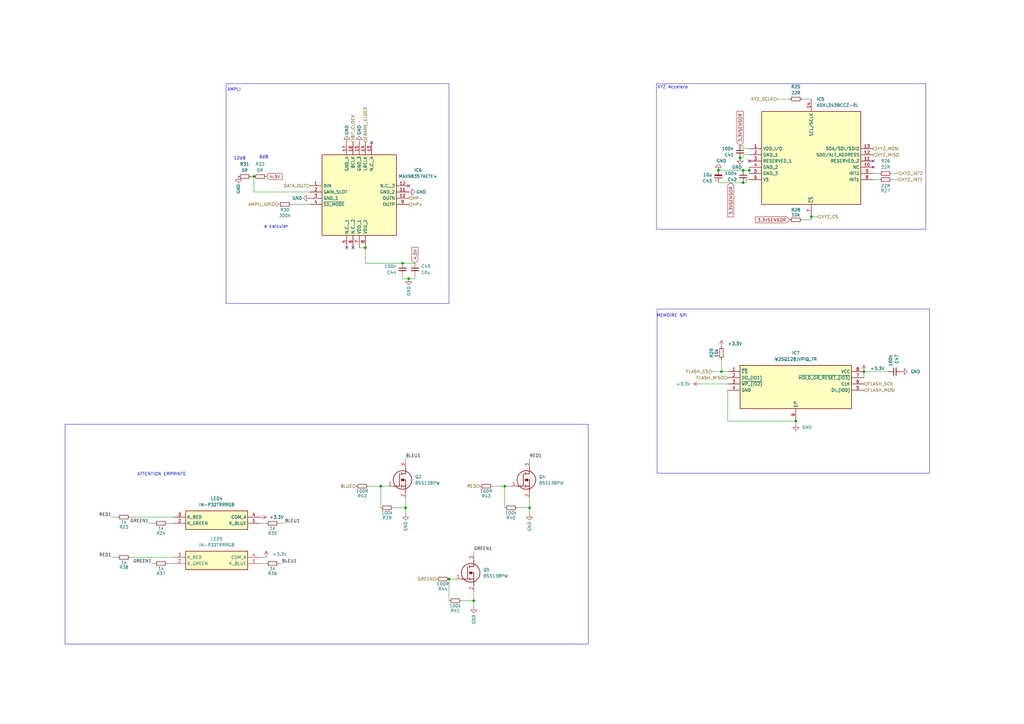
<source format=kicad_sch>
(kicad_sch (version 20250114) (generator "eeschema") (generator_version "9.0")
  (paper "A3")
  (lib_symbols
    (symbol "Device:C_Polarized_Small" (pin_numbers (hide yes)) (pin_names (offset 0.254) (hide yes))
      (property "Reference" "C" (at 0.254 1.778 0))
      (property "Value" "C_Polarized_Small" (at 0.254 -2.032 0))
      (symbol "C_Polarized_Small_0_1"
        (rectangle (start -1.524 0.6858) (end 1.524 0.3048))
        (rectangle (start -1.524 -0.3048) (end 1.524 -0.6858) (fill (type outline)))
        (polyline (pts (xy -1.27 1.524) (xy -0.762 1.524)))
        (polyline (pts (xy -1.016 1.27) (xy -1.016 1.778)))
      )
      (symbol "C_Polarized_Small_1_1"
        (pin passive line (at 0 2.54 270) (length 1.8542) (name "~") (number "1"))
        (pin passive line (at 0 -2.54 90) (length 1.8542) (name "~") (number "2"))
      )
    )
    (symbol "Device:C_Small" (pin_numbers (hide yes)) (pin_names (offset 0.254) (hide yes))
      (property "Reference" "C" (at 0.254 1.778 0))
      (property "Value" "C_Small" (at 0.254 -2.032 0))
      (symbol "C_Small_0_1"
        (polyline (pts (xy -1.524 0.508) (xy 1.524 0.508)) (stroke (width 0.3048)))
        (polyline (pts (xy -1.524 -0.508) (xy 1.524 -0.508)) (stroke (width 0.3302)))
      )
      (symbol "C_Small_1_1"
        (pin passive line (at 0 2.54 270) (length 2.032) (name "~") (number "1"))
        (pin passive line (at 0 -2.54 90) (length 2.032) (name "~") (number "2"))
      )
    )
    (symbol "Device:R_Small" (pin_numbers (hide yes)) (pin_names (offset 0.254) (hide yes))
      (property "Reference" "R" (at 0.762 0.508 0))
      (property "Value" "R_Small" (at 0.762 -1.016 0))
      (symbol "R_Small_0_1"
        (rectangle (start -0.762 1.778) (end 0.762 -1.778) (stroke (width 0.2032)))
      )
      (symbol "R_Small_1_1"
        (pin passive line (at 0 2.54 270) (length 0.762) (name "~") (number "1"))
        (pin passive line (at 0 -2.54 90) (length 0.762) (name "~") (number "2"))
      )
    )
    (symbol "SamacSys_Parts:ADXL343BCCZ-RL"
      (property "Reference" "IC" (at 46.99 20.32 0))
      (property "Value" "ADXL343BCCZ-RL" (at 46.99 17.78 0))
      (symbol "ADXL343BCCZ-RL_1_1"
        (rectangle (start 5.08 15.24) (end 45.72 -22.86) (stroke (width 0.254)) (fill (type background)))
        (pin passive line (at 0 0 0) (length 5.08) (name "VDD_I/O") (number "1"))
        (pin passive line (at 0 -2.54 0) (length 5.08) (name "GND_1") (number "2"))
        (pin passive line (at 0 -5.08 0) (length 5.08) (name "RESERVED_1") (number "3"))
        (pin passive line (at 0 -7.62 0) (length 5.08) (name "GND_2") (number "4"))
        (pin passive line (at 0 -10.16 0) (length 5.08) (name "GND_3") (number "5"))
        (pin passive line (at 0 -12.7 0) (length 5.08) (name "VS") (number "6"))
        (pin passive line (at 25.4 20.32 270) (length 5.08) (name "SCL/SCLK") (number "14"))
        (pin passive line (at 25.4 -27.94 90) (length 5.08) (name "~{CS}") (number "7"))
        (pin passive line (at 50.8 0 180) (length 5.08) (name "SDA/SDI/SDIO") (number "13"))
        (pin passive line (at 50.8 -2.54 180) (length 5.08) (name "SDO/ALT_ADDRESS") (number "12"))
        (pin passive line (at 50.8 -5.08 180) (length 5.08) (name "RESERVED_2") (number "11"))
        (pin no_connect line (at 50.8 -7.62 180) (length 5.08) (name "NC") (number "10"))
        (pin passive line (at 50.8 -10.16 180) (length 5.08) (name "INT2") (number "9"))
        (pin passive line (at 50.8 -12.7 180) (length 5.08) (name "INT1") (number "8"))
      )
    )
    (symbol "power:+3.3V" (power) (pin_numbers (hide yes)) (pin_names (offset 0) (hide yes))
      (property "Value" "+3.3V" (at 0 3.556 0))
      (symbol "+3.3V_0_1"
        (polyline (pts (xy -0.762 1.27) (xy 0 2.54)))
        (polyline (pts (xy 0 2.54) (xy 0.762 1.27)))
        (polyline (pts (xy 0 0) (xy 0 2.54)))
      )
      (symbol "+3.3V_1_1"
        (pin power_in line (at 0 0 90) (length 0) (name "~") (number "1"))
      )
    )
    (symbol "power:GND" (power) (pin_numbers (hide yes)) (pin_names (offset 0) (hide yes))
      (property "Value" "GND" (at 0 -3.81 0))
      (symbol "GND_0_1"
        (polyline (pts (xy 0 0) (xy 0 -1.27) (xy 1.27 -1.27) (xy 0 -2.54) (xy -1.27 -1.27) (xy 0 -1.27)))
      )
      (symbol "GND_1_1"
        (pin power_in line (at 0 0 270) (length 0) (name "~") (number "1"))
      )
    )
    (symbol "samacsys:BSS138PW" (pin_names (hide yes))
      (property "Reference" "Q" (at 11.43 3.81 0))
      (property "Value" "BSS138PW" (at 11.43 1.27 0))
      (symbol "BSS138PW_1_1"
        (polyline (pts (xy 2.54 0) (xy 5.08 0)) (stroke (width 0.254)))
        (polyline (pts (xy 5.08 5.08) (xy 5.08 0)) (stroke (width 0.254)))
        (polyline (pts (xy 5.842 5.588) (xy 5.842 4.572)) (stroke (width 0.254)))
        (polyline (pts (xy 5.842 2.54) (xy 6.858 3.048) (xy 6.858 2.032) (xy 5.842 2.54)) (stroke (width 0.254)) (fill (type outline)))
        (polyline (pts (xy 5.842 2.032) (xy 5.842 3.048)) (stroke (width 0.254)))
        (polyline (pts (xy 5.842 0) (xy 7.62 0)) (stroke (width 0.254)))
        (polyline (pts (xy 5.842 -0.508) (xy 5.842 0.508)) (stroke (width 0.254)))
        (circle (center 6.35 2.54) (radius 3.81) (stroke (width 0.254)))
        (polyline (pts (xy 7.62 5.08) (xy 5.842 5.08)) (stroke (width 0.254)))
        (polyline (pts (xy 7.62 5.08) (xy 7.62 7.62)) (stroke (width 0.254)))
        (polyline (pts (xy 7.62 2.54) (xy 5.842 2.54)) (stroke (width 0.254)))
        (polyline (pts (xy 7.62 2.54) (xy 7.62 -2.54)) (stroke (width 0.254)))
        (pin passive line (at 0 0 0) (length 2.54) (name "G") (number "1"))
        (pin passive line (at 7.62 10.16 270) (length 2.54) (name "D") (number "3"))
        (pin passive line (at 7.62 -5.08 90) (length 2.54) (name "S") (number "2"))
      )
    )
    (symbol "samacsys:IN-P32TRRRGB"
      (property "Reference" "LED" (at 31.75 7.62 0))
      (property "Value" "IN-P32TRRRGB" (at 31.75 5.08 0))
      (symbol "IN-P32TRRRGB_1_1"
        (rectangle (start 5.08 2.54) (end 30.48 -5.08) (stroke (width 0.254)) (fill (type background)))
        (pin passive line (at 0 0 0) (length 5.08) (name "K_RED") (number "3"))
        (pin passive line (at 0 -2.54 0) (length 5.08) (name "K_GREEN") (number "2"))
        (pin passive line (at 35.56 0 180) (length 5.08) (name "COM_A") (number "4"))
        (pin passive line (at 35.56 -2.54 180) (length 5.08) (name "K_BLUE") (number "1"))
      )
    )
    (symbol "samacsys:MAX98357AETE+"
      (property "Reference" "IC" (at 36.83 17.78 0))
      (property "Value" "MAX98357AETE+" (at 36.83 15.24 0))
      (symbol "MAX98357AETE+_1_1"
        (rectangle (start 5.08 12.7) (end 35.56 -20.32) (stroke (width 0.254)) (fill (type background)))
        (pin passive line (at 0 0 0) (length 5.08) (name "DIN") (number "1"))
        (pin passive line (at 0 -2.54 0) (length 5.08) (name "GAIN_SLOT") (number "2"))
        (pin passive line (at 0 -5.08 0) (length 5.08) (name "GND_1") (number "3"))
        (pin passive line (at 0 -7.62 0) (length 5.08) (name "~{SD_MODE}") (number "4"))
        (pin passive line (at 15.24 17.78 270) (length 5.08) (name "GND_4") (number "17"))
        (pin passive line (at 15.24 -25.4 90) (length 5.08) (name "N.C._1") (number "5"))
        (pin passive line (at 17.78 17.78 270) (length 5.08) (name "BCLK") (number "16"))
        (pin passive line (at 17.78 -25.4 90) (length 5.08) (name "N.C._2") (number "6"))
        (pin passive line (at 20.32 17.78 270) (length 5.08) (name "GND_3") (number "15"))
        (pin passive line (at 20.32 -25.4 90) (length 5.08) (name "VDD_1") (number "7"))
        (pin passive line (at 22.86 17.78 270) (length 5.08) (name "LRCLK") (number "14"))
        (pin passive line (at 22.86 -25.4 90) (length 5.08) (name "VDD_2") (number "8"))
        (pin passive line (at 25.4 17.78 270) (length 5.08) (name "N.C._4") (number "13"))
        (pin passive line (at 40.64 0 180) (length 5.08) (name "N.C._3") (number "12"))
        (pin passive line (at 40.64 -2.54 180) (length 5.08) (name "GND_2") (number "11"))
        (pin passive line (at 40.64 -5.08 180) (length 5.08) (name "OUTN") (number "10"))
        (pin passive line (at 40.64 -7.62 180) (length 5.08) (name "OUTP") (number "9"))
      )
    )
    (symbol "winbond:W25Q128JVPIQ_TR"
      (property "Reference" "IC" (at 52.07 7.62 0))
      (property "Value" "W25Q128JVPIQ_TR" (at 52.07 5.08 0))
      (symbol "W25Q128JVPIQ_TR_1_1"
        (rectangle (start 5.08 2.54) (end 50.8 -15.24) (stroke (width 0.254)) (fill (type background)))
        (pin passive line (at 0 0 0) (length 5.08) (name "~{CS}") (number "1"))
        (pin passive line (at 0 -2.54 0) (length 5.08) (name "DO_(IO1)") (number "2"))
        (pin passive line (at 0 -5.08 0) (length 5.08) (name "~{WP_(IO2)}") (number "3"))
        (pin passive line (at 0 -7.62 0) (length 5.08) (name "GND") (number "4"))
        (pin passive line (at 27.94 -20.32 90) (length 5.08) (name "EP") (number "9"))
        (pin passive line (at 55.88 0 180) (length 5.08) (name "VCC") (number "8"))
        (pin passive line (at 55.88 -2.54 180) (length 5.08) (name "~{HOLD_OR_RESET_(IO3)}") (number "7"))
        (pin passive line (at 55.88 -5.08 180) (length 5.08) (name "CLK") (number "6"))
        (pin passive line (at 55.88 -7.62 180) (length 5.08) (name "DI_(IO0)") (number "5"))
      )
    )
  )
  (rectangle (start 26.67 173.99) (end 241.3 264.16))
  (rectangle (start 269.494 126.746) (end 381.254 194.056))
  (rectangle (start 92.71 34.29) (end 184.15 124.46))
  (rectangle (start 269.24 34.29) (end 379.73 93.98))
  (text "6dB" (at 108.204 64.516 0) (effects (font (size 1.27 1.27))))
  (text "XYZ Accelero" (at 275.844 35.814 0) (effects (font (size 1.27 1.27))))
  (text "MEMOIRE SPI\n" (at 275.59 129.54 0) (effects (font (size 1.27 1.27))))
  (text "AMPLI\n" (at 96.012 36.83 0) (effects (font (size 1.27 1.27))))
  (text "a calculer" (at 113.284 92.964 0) (effects (font (size 1.27 1.27))))
  (text "ATTENTION EMPRINTE" (at 66.294 194.564 0) (effects (font (size 1.27 1.27))))
  (text "12dB\n" (at 98.298 65.024 0) (effects (font (size 1.27 1.27))))
  (junction (at 294.64 69.85))
  (junction (at 304.8 69.85))
  (junction (at 307.34 69.85))
  (junction (at 303.53 64.77))
  (junction (at 207.01 199.39))
  (junction (at 304.8 74.93))
  (junction (at 295.91 152.4))
  (junction (at 149.86 101.6))
  (junction (at 326.39 172.72))
  (junction (at 166.37 208.28))
  (junction (at 194.31 246.38))
  (junction (at 217.17 208.28))
  (junction (at 167.64 114.3))
  (junction (at 156.21 199.39))
  (junction (at 354.33 152.4))
  (junction (at 104.14 72.39))
  (junction (at 184.15 237.49))
  (junction (at 165.1 107.95))
  (junction (at 332.74 88.9))
  (no_connect (at 144.78 101.6))
  (no_connect (at 358.14 66.04))
  (no_connect (at 167.64 76.2))
  (no_connect (at 307.34 66.04))
  (no_connect (at 142.24 101.6))
  (no_connect (at 152.4 58.42))
  (wire (pts (xy 304.8 63.5) (xy 304.8 64.77)))
  (wire (pts (xy 194.31 242.57) (xy 194.31 246.38)))
  (wire (pts (xy 323.85 40.64) (xy 318.77 40.64)))
  (wire (pts (xy 212.09 208.28) (xy 217.17 208.28)))
  (wire (pts (xy 207.01 199.39) (xy 209.55 199.39)))
  (wire (pts (xy 45.72 212.09) (xy 48.26 212.09)))
  (wire (pts (xy 119.38 83.82) (xy 127 83.82)))
  (wire (pts (xy 365.76 73.66) (xy 368.3 73.66)))
  (wire (pts (xy 71.12 228.6) (xy 53.34 228.6)))
  (wire (pts (xy 326.39 172.72) (xy 326.39 173.99)))
  (wire (pts (xy 170.18 107.95) (xy 165.1 107.95)))
  (wire (pts (xy 109.22 228.6) (xy 106.68 228.6)))
  (wire (pts (xy 354.33 152.4) (xy 354.33 154.94)))
  (wire (pts (xy 298.45 152.4) (xy 295.91 152.4)))
  (wire (pts (xy 295.91 152.4) (xy 295.91 147.32)))
  (wire (pts (xy 304.8 64.77) (xy 303.53 64.77)))
  (wire (pts (xy 304.8 60.96) (xy 307.34 60.96)))
  (wire (pts (xy 166.37 204.47) (xy 166.37 208.28)))
  (wire (pts (xy 156.21 199.39) (xy 156.21 208.28)))
  (wire (pts (xy 194.31 246.38) (xy 194.31 248.92)))
  (wire (pts (xy 307.34 63.5) (xy 304.8 63.5)))
  (wire (pts (xy 328.93 40.64) (xy 332.74 40.64)))
  (wire (pts (xy 104.14 78.74) (xy 104.14 72.39)))
  (wire (pts (xy 165.1 114.3) (xy 167.64 114.3)))
  (wire (pts (xy 201.93 199.39) (xy 207.01 199.39)))
  (wire (pts (xy 71.12 231.14) (xy 68.58 231.14)))
  (wire (pts (xy 326.39 172.72) (xy 298.45 172.72)))
  (wire (pts (xy 294.64 69.85) (xy 304.8 69.85)))
  (wire (pts (xy 102.87 72.39) (xy 104.14 72.39)))
  (wire (pts (xy 194.31 226.06) (xy 194.31 227.33)))
  (wire (pts (xy 167.64 114.3) (xy 170.18 114.3)))
  (wire (pts (xy 307.34 68.58) (xy 307.34 69.85)))
  (wire (pts (xy 165.1 113.03) (xy 165.1 114.3)))
  (wire (pts (xy 332.74 88.9) (xy 335.28 88.9)))
  (wire (pts (xy 189.23 246.38) (xy 194.31 246.38)))
  (wire (pts (xy 116.84 214.63) (xy 114.3 214.63)))
  (wire (pts (xy 184.15 237.49) (xy 186.69 237.49)))
  (wire (pts (xy 127 78.74) (xy 104.14 78.74)))
  (wire (pts (xy 217.17 204.47) (xy 217.17 208.28)))
  (wire (pts (xy 166.37 187.96) (xy 166.37 189.23)))
  (wire (pts (xy 365.76 71.12) (xy 368.3 71.12)))
  (wire (pts (xy 292.1 152.4) (xy 295.91 152.4)))
  (wire (pts (xy 287.02 157.48) (xy 298.45 157.48)))
  (wire (pts (xy 298.45 172.72) (xy 298.45 160.02)))
  (wire (pts (xy 217.17 208.28) (xy 217.17 210.82)))
  (wire (pts (xy 217.17 187.96) (xy 217.17 189.23)))
  (wire (pts (xy 71.12 212.09) (xy 53.34 212.09)))
  (wire (pts (xy 304.8 59.69) (xy 304.8 60.96)))
  (wire (pts (xy 332.74 90.17) (xy 332.74 88.9)))
  (wire (pts (xy 161.29 208.28) (xy 166.37 208.28)))
  (wire (pts (xy 60.96 214.63) (xy 63.5 214.63)))
  (wire (pts (xy 307.34 69.85) (xy 307.34 71.12)))
  (wire (pts (xy 109.22 214.63) (xy 106.68 214.63)))
  (wire (pts (xy 207.01 208.28) (xy 207.01 199.39)))
  (wire (pts (xy 156.21 199.39) (xy 158.75 199.39)))
  (wire (pts (xy 328.93 90.17) (xy 332.74 90.17)))
  (wire (pts (xy 304.8 74.93) (xy 306.07 74.93)))
  (wire (pts (xy 166.37 208.28) (xy 166.37 210.82)))
  (wire (pts (xy 170.18 114.3) (xy 170.18 113.03)))
  (wire (pts (xy 303.53 59.69) (xy 304.8 59.69)))
  (wire (pts (xy 71.12 214.63) (xy 68.58 214.63)))
  (wire (pts (xy 45.72 228.6) (xy 48.26 228.6)))
  (wire (pts (xy 354.33 152.4) (xy 364.49 152.4)))
  (wire (pts (xy 62.23 231.14) (xy 63.5 231.14)))
  (wire (pts (xy 109.22 231.14) (xy 106.68 231.14)))
  (wire (pts (xy 151.13 199.39) (xy 156.21 199.39)))
  (wire (pts (xy 115.57 231.14) (xy 114.3 231.14)))
  (wire (pts (xy 306.07 73.66) (xy 307.34 73.66)))
  (wire (pts (xy 165.1 107.95) (xy 149.86 107.95)))
  (wire (pts (xy 358.14 71.12) (xy 360.68 71.12)))
  (wire (pts (xy 306.07 74.93) (xy 306.07 73.66)))
  (wire (pts (xy 184.15 246.38) (xy 184.15 237.49)))
  (wire (pts (xy 358.14 73.66) (xy 360.68 73.66)))
  (wire (pts (xy 149.86 101.6) (xy 147.32 101.6)))
  (wire (pts (xy 304.8 69.85) (xy 307.34 69.85)))
  (wire (pts (xy 294.64 74.93) (xy 304.8 74.93)))
  (wire (pts (xy 149.86 107.95) (xy 149.86 101.6)))
  (label "RED1" (at 45.72 228.6 180))
  (label "RED1" (at 217.17 187.96 0))
  (label "GREEN1" (at 62.23 231.14 180))
  (label "GREEN1" (at 194.31 226.06 0))
  (label "BLEU1" (at 166.37 187.96 0))
  (label "BLEU1" (at 115.57 231.14 0))
  (label "GREEN1" (at 60.96 214.63 180))
  (label "RED1" (at 45.72 212.09 180))
  (label "BLEU1" (at 116.84 214.63 0))
  (global_label "3.3VSENSOR" (shape input) (at 299.72 74.93 270) (property "Intersheetrefs" "${INTERSHEET_REFS}" (effects (hide yes))))
  (global_label "4.5V" (shape input) (at 109.22 72.39 0) (property "Intersheetrefs" "${INTERSHEET_REFS}" (effects (hide yes))))
  (global_label "4.5V" (shape input) (at 170.18 107.95 90) (property "Intersheetrefs" "${INTERSHEET_REFS}" (effects (hide yes))))
  (global_label "3.3VSENSOR" (shape input) (at 303.53 59.69 90) (property "Intersheetrefs" "${INTERSHEET_REFS}" (effects (hide yes))))
  (global_label "3.3VSENSOR" (shape input) (at 323.85 90.17 180) (property "Intersheetrefs" "${INTERSHEET_REFS}" (effects (hide yes))))
  (hierarchical_label "FLASH_MISO" (shape input) (at 298.45 154.94 180))
  (hierarchical_label "XYZ_MISO" (shape input) (at 358.14 63.5 0))
  (hierarchical_label "XYZ_INT2" (shape input) (at 368.3 71.12 0))
  (hierarchical_label "FRAME_CLOCK" (shape input) (at 149.86 58.42 90))
  (hierarchical_label "BIT_CLOCK" (shape input) (at 144.78 58.42 90))
  (hierarchical_label "FLASH_MOSI" (shape input) (at 354.33 160.02 0))
  (hierarchical_label "FLASH_CS" (shape input) (at 292.1 152.4 180))
  (hierarchical_label "AMPLI_GPIO" (shape input) (at 114.3 83.82 180))
  (hierarchical_label "HP+" (shape input) (at 167.64 83.82 0))
  (hierarchical_label "HP-" (shape input) (at 167.64 81.28 0))
  (hierarchical_label "XYZ_CS" (shape input) (at 335.28 88.9 0))
  (hierarchical_label "RED" (shape input) (at 196.85 199.39 180))
  (hierarchical_label "BLUE" (shape input) (at 146.05 199.39 180))
  (hierarchical_label "FLASH_SCK" (shape input) (at 354.33 157.48 0))
  (hierarchical_label "GREEN" (shape input) (at 179.07 237.49 180))
  (hierarchical_label "XYZ_SCLK" (shape input) (at 318.77 40.64 180))
  (hierarchical_label "DATA_OUT" (shape input) (at 127 76.2 180))
  (hierarchical_label "XYZ_INT1" (shape input) (at 368.3 73.66 0))
  (hierarchical_label "XYZ_MOSI" (shape input) (at 358.14 60.96 0))
  (symbol (lib_id "Device:R_Small") (at 106.68 72.39 90) (unit 1)
    (property "Reference" "R32" (at 106.68 67.31 90))
    (property "Value" "0R" (at 106.68 69.85 90))
    (property "Footprint" "Resistor_SMD:R_0201_0603Metric" (effects (hide yes)))
    (property "Description" "Resistor, small symbol" (effects (hide yes)))
    (property "Manufacturer_Part_Number" "ERJ-1GNF1000C" (effects (hide yes)))
    (property "Manufacturer_Name" "Panasonic" (effects (hide yes)))
    (property "Mouser Part Number" "667-ERJ-1GNF1000C" (effects (hide yes)))
  )
  (symbol (lib_id "samacsys:IN-P32TRRRGB") (at 71.12 212.09 0) (unit 1)
    (property "Reference" "LED4" (at 88.9 204.47 0))
    (property "Value" "IN-P32TRRRGB" (at 88.9 207.01 0))
    (property "Datasheet" "http://www.inolux-corp.com/datasheet/SMDLED/Mono%20Color%20Reverse%20Mount/IN-P32TRRRGB_V1.2.pdf" (effects (hide yes)))
    (property "Description" "Reverse Mount SMD LED 3528 PLCC Type, 3.5 X 2, 624nm Red, 525nm Green, 470nm Blue LED Indication, 4-SMD" (effects (hide yes)))
    (property "Height" "1.17" (effects (hide yes)))
    (property "Manufacturer_Name" "Inolux" (effects (hide yes)))
    (property "Manufacturer_Part_Number" "IN-P32TRRRGB" (effects (hide yes)))
    (property "Mouser Part Number" "743-IN-P32TRRRGB" (effects (hide yes)))
    (property "Mouser Price/Stock" "https://www.mouser.co.uk/ProductDetail/Inolux/IN-P32TRRRGB?qs=stqOd1AaK7%252BDecAY%252B9SBpg%3D%3D" (effects (hide yes)))
    (property "Arrow Part Number" "IN-P32TRRRGB" (effects (hide yes)))
    (property "Arrow Price/Stock" "null?region=nac" (effects (hide yes)))
  )
  (symbol (lib_id "power:GND") (at 97.79 72.39 0) (unit 1)
    (property "Reference" "#PWR098" (effects (hide yes)))
    (property "Value" "GND" (at 97.79 77.47 90))
    (property "Description" "Power symbol creates a global label with name \"GND\" , ground" (effects (hide yes)))
  )
  (symbol (lib_id "Device:C_Small") (at 170.18 110.49 0) (unit 1)
    (property "Reference" "C45" (at 172.72 109.2262 0) (effects (justify left)))
    (property "Value" "10u" (at 172.72 111.7662 0) (effects (justify left)))
    (property "Footprint" "Capacitor_SMD:C_0402_1005Metric" (effects (hide yes)))
    (property "Description" "Unpolarized capacitor, small symbol" (effects (hide yes)))
    (property "Manufacturer_Name" "Wurth Elektronik" (effects (hide yes)))
    (property "Manufacturer_Part_Number" "885012105008" (effects (hide yes)))
    (property "Mouser Part Number" "710-885012105008" (effects (hide yes)))
  )
  (symbol (lib_id "SamacSys_Parts:ADXL343BCCZ-RL") (at 307.34 60.96 0) (unit 1)
    (property "Reference" "IC5" (at 334.8833 40.64 0) (effects (justify left)))
    (property "Value" "ADXL343BCCZ-RL" (at 334.8833 43.18 0) (effects (justify left)))
    (property "Footprint" "samacsys:ADXL343BCCZRL" (effects (hide yes)))
    (property "Datasheet" "https://www.analog.com/media/en/technical-documentation/data-sheets/ADXL343.pdf" (effects (hide yes)))
    (property "Description" "Accelerometer X, Y, Z Axis +/-2g, 4g, 8g, 16g 0.05Hz ~ 1.6kHz 14-LGA (3x5)" (effects (hide yes)))
    (property "Height" "1" (effects (hide yes)))
    (property "Manufacturer_Name" "Analog Devices" (effects (hide yes)))
    (property "Manufacturer_Part_Number" "ADXL343BCCZ-RL" (effects (hide yes)))
    (property "Mouser Part Number" "584-ADXL343BCCZ-R" (effects (hide yes)))
    (property "Mouser Price/Stock" "https://www.mouser.co.uk/ProductDetail/Analog-Devices/ADXL343BCCZ-RL?qs=WIvQP4zGaniHpowyrbt1Aw%3D%3D" (effects (hide yes)))
    (property "Arrow Part Number" "ADXL343BCCZ-RL" (effects (hide yes)))
    (property "Arrow Price/Stock" "https://www.arrow.com/en/products/adxl343bccz-rl/analog-devices?region=nac" (effects (hide yes)))
  )
  (symbol (lib_id "power:GND") (at 369.57 152.4 90) (unit 1)
    (property "Reference" "#PWR0104" (effects (hide yes)))
    (property "Value" "GND" (at 373.38 152.3999 90) (effects (justify right)))
    (property "Description" "Power symbol creates a global label with name \"GND\" , ground" (effects (hide yes)))
  )
  (symbol (lib_id "Device:C_Small") (at 367.03 152.4 90) (unit 1)
    (property "Reference" "C47" (at 367.792 145.288 0) (effects (justify right)))
    (property "Value" "100n" (at 365.252 145.288 0) (effects (justify right)))
    (property "Footprint" "samacsys:C_0201_custom" (effects (hide yes)))
    (property "Description" "Unpolarized capacitor, small symbol" (effects (hide yes)))
  )
  (symbol (lib_id "Device:R_Small") (at 181.61 237.49 270) (unit 1)
    (property "Reference" "R44" (at 181.61 241.554 90))
    (property "Value" "100R" (at 181.61 239.522 90))
    (property "Footprint" "Resistor_SMD:R_0201_0603Metric" (effects (hide yes)))
    (property "Description" "Resistor, small symbol" (effects (hide yes)))
    (property "Manufacturer_Part_Number" "ERJ-1GNF1000C" (effects (hide yes)))
    (property "Manufacturer_Name" "Panasonic" (effects (hide yes)))
    (property "Mouser Part Number" "667-ERJ-1GNF1000C" (effects (hide yes)))
  )
  (symbol (lib_id "Device:R_Small") (at 100.33 72.39 90) (unit 1)
    (property "Reference" "R31" (at 100.33 67.31 90))
    (property "Value" "0R" (at 100.33 69.85 90))
    (property "Footprint" "samacsys:R_0201_custom" (effects (hide yes)))
    (property "Description" "Resistor, small symbol" (effects (hide yes)))
    (property "Manufacturer_Part_Number" "ERJ-1GNF1000C" (effects (hide yes)))
    (property "Manufacturer_Name" "Panasonic" (effects (hide yes)))
    (property "Mouser Part Number" "667-ERJ-1GNF1000C" (effects (hide yes)))
  )
  (symbol (lib_id "power:GND") (at 167.64 78.74 90) (unit 1)
    (property "Reference" "#PWR097" (effects (hide yes)))
    (property "Value" "GND" (at 172.72 78.74 90))
    (property "Description" "Power symbol creates a global label with name \"GND\" , ground" (effects (hide yes)))
  )
  (symbol (lib_id "Device:R_Small") (at 186.69 246.38 270) (unit 1)
    (property "Reference" "R41" (at 186.69 250.444 90))
    (property "Value" "100k" (at 186.69 248.412 90))
    (property "Footprint" "Resistor_SMD:R_0201_0603Metric" (effects (hide yes)))
    (property "Description" "Resistor, small symbol" (effects (hide yes)))
    (property "Manufacturer_Part_Number" "ERJ-1GNF1000C" (effects (hide yes)))
    (property "Manufacturer_Name" "Panasonic" (effects (hide yes)))
    (property "Mouser Part Number" "667-ERJ-1GNF1000C" (effects (hide yes)))
  )
  (symbol (lib_id "Device:C_Small") (at 165.1 110.49 0) (unit 1)
    (property "Reference" "C44" (at 162.56 111.7665 0) (effects (justify right)))
    (property "Value" "100n" (at 162.56 109.2265 0) (effects (justify right)))
    (property "Footprint" "Capacitor_SMD:C_0201_0603Metric" (effects (hide yes)))
    (property "Description" "Unpolarized capacitor, small symbol" (effects (hide yes)))
  )
  (symbol (lib_id "samacsys:BSS138PW") (at 158.75 199.39 0) (unit 1)
    (property "Reference" "Q2" (at 170.18 195.5799 0) (effects (justify left)))
    (property "Value" "BSS138PW" (at 170.18 198.1199 0) (effects (justify left)))
    (property "Footprint" "samacsys:SOT65P210X110-3N" (effects (hide yes)))
    (property "Datasheet" "https://datasheet.datasheetarchive.com/originals/distributors/Datasheets-NXP/DSANXP010002286.pdf" (effects (hide yes)))
    (property "Description" "MOSFET,n-channel,60V,320mA,0.9ohm,SOT323 NXP BSS138PW N-channel MOSFET Transistor, 320 mA, 60 V, 3-Pin SOT-323" (effects (hide yes)))
    (property "Height" "1.1" (effects (hide yes)))
    (property "Manufacturer_Name" "Nexperia" (effects (hide yes)))
    (property "Manufacturer_Part_Number" "BSS138PW" (effects (hide yes)))
    (property "Mouser Part Number" "N/A" (effects (hide yes)))
    (property "Mouser Price/Stock" "https://www.mouser.co.uk/ProductDetail/Nexperia/BSS138PW?qs=vHuUswq2%252BsxxVJZvWhw65Q%3D%3D" (effects (hide yes)))
  )
  (symbol (lib_id "power:GND") (at 326.39 173.99 0) (unit 1)
    (property "Reference" "#PWR0102" (effects (hide yes)))
    (property "Value" "GND" (at 328.93 175.2599 0) (effects (justify left)))
    (property "Description" "Power symbol creates a global label with name \"GND\" , ground" (effects (hide yes)))
  )
  (symbol (lib_id "power:GND") (at 127 81.28 270) (unit 1)
    (property "Reference" "#PWR094" (effects (hide yes)))
    (property "Value" "GND" (at 121.92 81.28 90))
    (property "Description" "Power symbol creates a global label with name \"GND\" , ground" (effects (hide yes)))
  )
  (symbol (lib_id "Device:R_Small") (at 363.22 73.66 90) (unit 1)
    (property "Reference" "R27" (at 363.22 78.232 90))
    (property "Value" "22R" (at 363.22 76.2 90))
    (property "Footprint" "Resistor_SMD:R_0201_0603Metric" (effects (hide yes)))
    (property "Description" "Resistor, small symbol" (effects (hide yes)))
    (property "Manufacturer_Part_Number" "ERJ-1GNF1000C" (effects (hide yes)))
    (property "Manufacturer_Name" "Panasonic" (effects (hide yes)))
    (property "Mouser Part Number" "667-ERJ-1GNF1000C" (effects (hide yes)))
  )
  (symbol (lib_id "Device:R_Small") (at 116.84 83.82 90) (unit 1)
    (property "Reference" "R30" (at 116.84 86.106 90))
    (property "Value" "300k" (at 116.84 88.392 90))
    (property "Footprint" "Resistor_SMD:R_0201_0603Metric" (effects (hide yes)))
    (property "Description" "Resistor, small symbol" (effects (hide yes)))
    (property "Manufacturer_Part_Number" "ERJ-1GNF1000C" (effects (hide yes)))
    (property "Manufacturer_Name" "Panasonic" (effects (hide yes)))
    (property "Mouser Part Number" "667-ERJ-1GNF1000C" (effects (hide yes)))
  )
  (symbol (lib_id "Device:R_Small") (at 158.75 208.28 270) (unit 1)
    (property "Reference" "R39" (at 158.75 212.344 90))
    (property "Value" "100k" (at 158.75 210.312 90))
    (property "Footprint" "Resistor_SMD:R_0201_0603Metric" (effects (hide yes)))
    (property "Description" "Resistor, small symbol" (effects (hide yes)))
    (property "Manufacturer_Part_Number" "ERJ-1GNF1000C" (effects (hide yes)))
    (property "Manufacturer_Name" "Panasonic" (effects (hide yes)))
    (property "Mouser Part Number" "667-ERJ-1GNF1000C" (effects (hide yes)))
  )
  (symbol (lib_id "Device:R_Small") (at 111.76 231.14 90) (mirror x) (unit 1)
    (property "Reference" "R36" (at 111.76 235.204 90))
    (property "Value" "1k" (at 111.76 233.172 90))
    (property "Footprint" "Resistor_SMD:R_0201_0603Metric" (effects (hide yes)))
    (property "Description" "Resistor, small symbol" (effects (hide yes)))
    (property "Manufacturer_Part_Number" "ERJ-1GNF1000C" (effects (hide yes)))
    (property "Manufacturer_Name" "Panasonic" (effects (hide yes)))
    (property "Mouser Part Number" "667-ERJ-1GNF1000C" (effects (hide yes)))
  )
  (symbol (lib_id "power:GND") (at 194.31 248.92 0) (unit 1)
    (property "Reference" "#PWR0109" (effects (hide yes)))
    (property "Value" "GND" (at 194.31 254 90))
    (property "Description" "Power symbol creates a global label with name \"GND\" , ground" (effects (hide yes)))
  )
  (symbol (lib_id "power:GND") (at 166.37 210.82 0) (unit 1)
    (property "Reference" "#PWR0107" (effects (hide yes)))
    (property "Value" "GND" (at 166.37 215.9 90))
    (property "Description" "Power symbol creates a global label with name \"GND\" , ground" (effects (hide yes)))
  )
  (symbol (lib_id "Device:R_Small") (at 148.59 199.39 270) (unit 1)
    (property "Reference" "R42" (at 148.59 203.454 90))
    (property "Value" "100R" (at 148.59 201.422 90))
    (property "Footprint" "Resistor_SMD:R_0201_0603Metric" (effects (hide yes)))
    (property "Description" "Resistor, small symbol" (effects (hide yes)))
    (property "Manufacturer_Part_Number" "ERJ-1GNF1000C" (effects (hide yes)))
    (property "Manufacturer_Name" "Panasonic" (effects (hide yes)))
    (property "Mouser Part Number" "667-ERJ-1GNF1000C" (effects (hide yes)))
  )
  (symbol (lib_id "power:GND") (at 167.64 114.3 0) (unit 1)
    (property "Reference" "#PWR099" (effects (hide yes)))
    (property "Value" "GND" (at 167.64 119.38 90))
    (property "Description" "Power symbol creates a global label with name \"GND\" , ground" (effects (hide yes)))
  )
  (symbol (lib_id "Device:R_Small") (at 111.76 214.63 90) (mirror x) (unit 1)
    (property "Reference" "R35" (at 111.76 218.694 90))
    (property "Value" "1k" (at 111.76 216.662 90))
    (property "Footprint" "Resistor_SMD:R_0201_0603Metric" (effects (hide yes)))
    (property "Description" "Resistor, small symbol" (effects (hide yes)))
    (property "Manufacturer_Part_Number" "ERJ-1GNF1000C" (effects (hide yes)))
    (property "Manufacturer_Name" "Panasonic" (effects (hide yes)))
    (property "Mouser Part Number" "667-ERJ-1GNF1000C" (effects (hide yes)))
  )
  (symbol (lib_id "Device:C_Polarized_Small") (at 294.64 72.39 0) (mirror x) (unit 1)
    (property "Reference" "C43" (at 292.1 74.2062 0) (effects (justify right)))
    (property "Value" "10u" (at 292.1 71.6662 0) (effects (justify right)))
    (property "Footprint" "Capacitor_Tantalum_SMD:CP_EIA-1608-08_AVX-J" (effects (hide yes)))
    (property "Description" "Polarized capacitor, small symbol" (effects (hide yes)))
  )
  (symbol (lib_id "Device:R_Small") (at 326.39 90.17 90) (unit 1)
    (property "Reference" "R28" (at 326.39 86.106 90))
    (property "Value" "10k" (at 326.39 88.138 90))
    (property "Footprint" "Resistor_SMD:R_0201_0603Metric" (effects (hide yes)))
    (property "Description" "Resistor, small symbol" (effects (hide yes)))
    (property "Manufacturer_Part_Number" "ERJ-1GNF1000C" (effects (hide yes)))
    (property "Manufacturer_Name" "Panasonic" (effects (hide yes)))
    (property "Mouser Part Number" "667-ERJ-1GNF1000C" (effects (hide yes)))
  )
  (symbol (lib_id "Device:C_Small") (at 303.53 62.23 0) (unit 1)
    (property "Reference" "C41" (at 300.99 63.5065 0) (effects (justify right)))
    (property "Value" "100n" (at 300.99 60.9665 0) (effects (justify right)))
    (property "Footprint" "Capacitor_SMD:C_0201_0603Metric" (effects (hide yes)))
    (property "Description" "Unpolarized capacitor, small symbol" (effects (hide yes)))
  )
  (symbol (lib_id "samacsys:BSS138PW") (at 186.69 237.49 0) (unit 1)
    (property "Reference" "Q5" (at 198.12 233.6799 0) (effects (justify left)))
    (property "Value" "BSS138PW" (at 198.12 236.2199 0) (effects (justify left)))
    (property "Footprint" "samacsys:SOT65P210X110-3N" (effects (hide yes)))
    (property "Datasheet" "https://datasheet.datasheetarchive.com/originals/distributors/Datasheets-NXP/DSANXP010002286.pdf" (effects (hide yes)))
    (property "Description" "MOSFET,n-channel,60V,320mA,0.9ohm,SOT323 NXP BSS138PW N-channel MOSFET Transistor, 320 mA, 60 V, 3-Pin SOT-323" (effects (hide yes)))
    (property "Height" "1.1" (effects (hide yes)))
    (property "Manufacturer_Name" "Nexperia" (effects (hide yes)))
    (property "Manufacturer_Part_Number" "BSS138PW" (effects (hide yes)))
    (property "Mouser Part Number" "N/A" (effects (hide yes)))
    (property "Mouser Price/Stock" "https://www.mouser.co.uk/ProductDetail/Nexperia/BSS138PW?qs=vHuUswq2%252BsxxVJZvWhw65Q%3D%3D" (effects (hide yes)))
  )
  (symbol (lib_id "power:GND") (at 147.32 58.42 180) (unit 1)
    (property "Reference" "#PWR096" (effects (hide yes)))
    (property "Value" "GND" (at 147.32 53.34 90))
    (property "Description" "Power symbol creates a global label with name \"GND\" , ground" (effects (hide yes)))
  )
  (symbol (lib_id "power:GND") (at 142.24 58.42 180) (unit 1)
    (property "Reference" "#PWR095" (effects (hide yes)))
    (property "Value" "GND" (at 142.24 53.34 90))
    (property "Description" "Power symbol creates a global label with name \"GND\" , ground" (effects (hide yes)))
  )
  (symbol (lib_id "power:+3.3V") (at 287.02 157.48 90) (unit 1)
    (property "Reference" "#PWR0100" (effects (hide yes)))
    (property "Value" "+3.3V" (at 283.21 157.4799 90) (effects (justify left)))
    (property "Description" "Power symbol creates a global label with name \"+3.3V\"" (effects (hide yes)))
  )
  (symbol (lib_id "Device:R_Small") (at 66.04 231.14 90) (mirror x) (unit 1)
    (property "Reference" "R37" (at 66.04 235.204 90))
    (property "Value" "1k" (at 66.04 233.172 90))
    (property "Footprint" "Resistor_SMD:R_0201_0603Metric" (effects (hide yes)))
    (property "Description" "Resistor, small symbol" (effects (hide yes)))
    (property "Manufacturer_Part_Number" "ERJ-1GNF1000C" (effects (hide yes)))
    (property "Manufacturer_Name" "Panasonic" (effects (hide yes)))
    (property "Mouser Part Number" "667-ERJ-1GNF1000C" (effects (hide yes)))
  )
  (symbol (lib_id "samacsys:IN-P32TRRRGB") (at 71.12 228.6 0) (unit 1)
    (property "Reference" "LED5" (at 88.9 220.98 0))
    (property "Value" "IN-P32TRRRGB" (at 88.9 223.52 0))
    (property "Datasheet" "http://www.inolux-corp.com/datasheet/SMDLED/Mono%20Color%20Reverse%20Mount/IN-P32TRRRGB_V1.2.pdf" (effects (hide yes)))
    (property "Description" "Reverse Mount SMD LED 3528 PLCC Type, 3.5 X 2, 624nm Red, 525nm Green, 470nm Blue LED Indication, 4-SMD" (effects (hide yes)))
    (property "Height" "1.17" (effects (hide yes)))
    (property "Manufacturer_Name" "Inolux" (effects (hide yes)))
    (property "Manufacturer_Part_Number" "IN-P32TRRRGB" (effects (hide yes)))
    (property "Mouser Part Number" "743-IN-P32TRRRGB" (effects (hide yes)))
    (property "Mouser Price/Stock" "https://www.mouser.co.uk/ProductDetail/Inolux/IN-P32TRRRGB?qs=stqOd1AaK7%252BDecAY%252B9SBpg%3D%3D" (effects (hide yes)))
    (property "Arrow Part Number" "IN-P32TRRRGB" (effects (hide yes)))
    (property "Arrow Price/Stock" "null?region=nac" (effects (hide yes)))
  )
  (symbol (lib_id "power:+3.3V") (at 354.33 152.4 0) (unit 1)
    (property "Reference" "#PWR0103" (effects (hide yes)))
    (property "Value" "+3.3V" (at 356.87 151.1299 0) (effects (justify left)))
    (property "Description" "Power symbol creates a global label with name \"+3.3V\"" (effects (hide yes)))
  )
  (symbol (lib_id "Device:R_Small") (at 326.39 40.64 90) (unit 1)
    (property "Reference" "R25" (at 326.39 35.56 90))
    (property "Value" "22R" (at 326.39 38.1 90))
    (property "Footprint" "samacsys:R_0201_custom" (effects (hide yes)))
    (property "Description" "Resistor, small symbol" (effects (hide yes)))
    (property "Manufacturer_Part_Number" "ERJ-1GNF1000C" (effects (hide yes)))
    (property "Manufacturer_Name" "Panasonic" (effects (hide yes)))
    (property "Mouser Part Number" "667-ERJ-1GNF1000C" (effects (hide yes)))
  )
  (symbol (lib_id "power:GND") (at 294.64 69.85 180) (unit 1)
    (property "Reference" "#PWR092" (effects (hide yes)))
    (property "Value" "GND" (at 295.91 66.04 0))
    (property "Description" "Power symbol creates a global label with name \"GND\" , ground" (effects (hide yes)))
  )
  (symbol (lib_id "power:GND") (at 303.53 64.77 0) (unit 1)
    (property "Reference" "#PWR093" (effects (hide yes)))
    (property "Value" "GND" (at 302.26 68.58 0))
    (property "Description" "Power symbol creates a global label with name \"GND\" , ground" (effects (hide yes)))
  )
  (symbol (lib_id "power:+3.3V") (at 109.22 228.6 0) (unit 1)
    (property "Reference" "#PWR0106" (effects (hide yes)))
    (property "Value" "+3.3V" (at 111.76 227.3299 0) (effects (justify left)))
    (property "Description" "Power symbol creates a global label with name \"+3.3V\"" (effects (hide yes)))
  )
  (symbol (lib_id "samacsys:BSS138PW") (at 209.55 199.39 0) (unit 1)
    (property "Reference" "Q4" (at 220.98 195.5799 0) (effects (justify left)))
    (property "Value" "BSS138PW" (at 220.98 198.1199 0) (effects (justify left)))
    (property "Footprint" "samacsys:SOT65P210X110-3N" (effects (hide yes)))
    (property "Datasheet" "https://datasheet.datasheetarchive.com/originals/distributors/Datasheets-NXP/DSANXP010002286.pdf" (effects (hide yes)))
    (property "Description" "MOSFET,n-channel,60V,320mA,0.9ohm,SOT323 NXP BSS138PW N-channel MOSFET Transistor, 320 mA, 60 V, 3-Pin SOT-323" (effects (hide yes)))
    (property "Height" "1.1" (effects (hide yes)))
    (property "Manufacturer_Name" "Nexperia" (effects (hide yes)))
    (property "Manufacturer_Part_Number" "BSS138PW" (effects (hide yes)))
    (property "Mouser Part Number" "N/A" (effects (hide yes)))
    (property "Mouser Price/Stock" "https://www.mouser.co.uk/ProductDetail/Nexperia/BSS138PW?qs=vHuUswq2%252BsxxVJZvWhw65Q%3D%3D" (effects (hide yes)))
  )
  (symbol (lib_id "winbond:W25Q128JVPIQ_TR") (at 298.45 152.4 0) (unit 1)
    (property "Reference" "IC7" (at 326.39 144.78 0))
    (property "Value" "W25Q128JVPIQ_TR" (at 326.39 147.32 0))
    (property "Footprint" "samacsys:SON127P800X600X80-9N-D" (effects (hide yes)))
    (property "Datasheet" "https://www.winbond.com/resource-files/w25q128jv%20revf%2003272018%20plus.pdf" (effects (hide yes)))
    (property "Description" "NOR Flash spiFlash, 3V, 128M-bit, 4Kb Uniform Sector" (effects (hide yes)))
    (property "Height" "0.8" (effects (hide yes)))
    (property "Manufacturer_Name" "Winbond" (effects (hide yes)))
    (property "Manufacturer_Part_Number" "W25Q128JVPIQ TR" (effects (hide yes)))
    (property "Mouser Part Number" "454-W25Q128JVPIQTR" (effects (hide yes)))
    (property "Mouser Price/Stock" "https://www.mouser.co.uk/ProductDetail/Winbond/W25Q128JVPIQ-TR?qs=qSfuJ%252Bfl%2Fd6H7vbXyrDu3w%3D%3D" (effects (hide yes)))
    (property "Arrow Part Number" "W25Q128JVPIQ TR" (effects (hide yes)))
    (property "Arrow Price/Stock" "https://www.arrow.com/en/products/w25q128jvpiqtr/winbond-electronics?utm_currency=USD&region=nac" (effects (hide yes)))
  )
  (symbol (lib_id "Device:R_Small") (at 66.04 214.63 90) (mirror x) (unit 1)
    (property "Reference" "R24" (at 66.04 218.694 90))
    (property "Value" "1k" (at 66.04 216.662 90))
    (property "Footprint" "Resistor_SMD:R_0201_0603Metric" (effects (hide yes)))
    (property "Description" "Resistor, small symbol" (effects (hide yes)))
    (property "Manufacturer_Part_Number" "ERJ-1GNF1000C" (effects (hide yes)))
    (property "Manufacturer_Name" "Panasonic" (effects (hide yes)))
    (property "Mouser Part Number" "667-ERJ-1GNF1000C" (effects (hide yes)))
  )
  (symbol (lib_id "Device:R_Small") (at 295.91 144.78 180) (unit 1)
    (property "Reference" "R29" (at 291.846 144.78 90))
    (property "Value" "10k" (at 293.878 144.78 90))
    (property "Footprint" "Resistor_SMD:R_0201_0603Metric" (effects (hide yes)))
    (property "Description" "Resistor, small symbol" (effects (hide yes)))
    (property "Manufacturer_Part_Number" "ERJ-1GNF1000C" (effects (hide yes)))
    (property "Manufacturer_Name" "Panasonic" (effects (hide yes)))
    (property "Mouser Part Number" "667-ERJ-1GNF1000C" (effects (hide yes)))
  )
  (symbol (lib_id "Device:R_Small") (at 199.39 199.39 270) (unit 1)
    (property "Reference" "R43" (at 199.39 203.454 90))
    (property "Value" "100R" (at 199.39 201.422 90))
    (property "Footprint" "Resistor_SMD:R_0201_0603Metric" (effects (hide yes)))
    (property "Description" "Resistor, small symbol" (effects (hide yes)))
    (property "Manufacturer_Part_Number" "ERJ-1GNF1000C" (effects (hide yes)))
    (property "Manufacturer_Name" "Panasonic" (effects (hide yes)))
    (property "Mouser Part Number" "667-ERJ-1GNF1000C" (effects (hide yes)))
  )
  (symbol (lib_id "samacsys:MAX98357AETE+") (at 127 76.2 0) (unit 1)
    (property "Reference" "IC6" (at 171.45 69.7798 0))
    (property "Value" "MAX98357AETE+" (at 171.45 72.3198 0))
    (property "Footprint" "samacsys:QFN50P300X300X80-17N" (effects (hide yes)))
    (property "Datasheet" "https://datasheets.maximintegrated.com/en/ds/MAX98357A-MAX98357B.pdf" (effects (hide yes)))
    (property "Description" "MAXIM INTEGRATED PRODUCTS - MAX98357AETE+ - AMPLIFIER, CLASS-D, 1-CH, 3.2W, TQFN-16" (effects (hide yes)))
    (property "Height" "0.8" (effects (hide yes)))
    (property "Manufacturer_Name" "Analog Devices" (effects (hide yes)))
    (property "Manufacturer_Part_Number" "MAX98357AETE+" (effects (hide yes)))
    (property "Mouser Part Number" "700-MAX98357AETE+" (effects (hide yes)))
    (property "Mouser Price/Stock" "https://www.mouser.co.uk/ProductDetail/Analog-Devices-Maxim-Integrated/MAX98357AETE%2b?qs=AAveGqk956EyS6m3AmZeuw%3D%3D" (effects (hide yes)))
  )
  (symbol (lib_id "power:+3.3V") (at 106.68 212.09 270) (unit 1)
    (property "Reference" "#PWR068" (effects (hide yes)))
    (property "Value" "+3.3V" (at 110.49 212.0899 90) (effects (justify left)))
    (property "Description" "Power symbol creates a global label with name \"+3.3V\"" (effects (hide yes)))
  )
  (symbol (lib_id "Device:R_Small") (at 363.22 71.12 90) (unit 1)
    (property "Reference" "R26" (at 363.22 66.04 90))
    (property "Value" "22R" (at 363.22 68.58 90))
    (property "Footprint" "Resistor_SMD:R_0201_0603Metric" (effects (hide yes)))
    (property "Description" "Resistor, small symbol" (effects (hide yes)))
    (property "Manufacturer_Part_Number" "ERJ-1GNF1000C" (effects (hide yes)))
    (property "Manufacturer_Name" "Panasonic" (effects (hide yes)))
    (property "Mouser Part Number" "667-ERJ-1GNF1000C" (effects (hide yes)))
  )
  (symbol (lib_id "power:GND") (at 217.17 210.82 0) (unit 1)
    (property "Reference" "#PWR0108" (effects (hide yes)))
    (property "Value" "GND" (at 217.17 215.9 90))
    (property "Description" "Power symbol creates a global label with name \"GND\" , ground" (effects (hide yes)))
  )
  (symbol (lib_id "Device:R_Small") (at 50.8 212.09 90) (mirror x) (unit 1)
    (property "Reference" "R23" (at 50.8 216.154 90))
    (property "Value" "1k" (at 50.8 214.122 90))
    (property "Footprint" "Resistor_SMD:R_0201_0603Metric" (effects (hide yes)))
    (property "Description" "Resistor, small symbol" (effects (hide yes)))
    (property "Manufacturer_Part_Number" "ERJ-1GNF1000C" (effects (hide yes)))
    (property "Manufacturer_Name" "Panasonic" (effects (hide yes)))
    (property "Mouser Part Number" "667-ERJ-1GNF1000C" (effects (hide yes)))
  )
  (symbol (lib_id "power:+3.3V") (at 295.91 142.24 0) (unit 1)
    (property "Reference" "#PWR0101" (effects (hide yes)))
    (property "Value" "+3.3V" (at 298.45 140.9699 0) (effects (justify left)))
    (property "Description" "Power symbol creates a global label with name \"+3.3V\"" (effects (hide yes)))
  )
  (symbol (lib_id "Device:R_Small") (at 209.55 208.28 270) (unit 1)
    (property "Reference" "R40" (at 209.55 212.344 90))
    (property "Value" "100k" (at 209.55 210.312 90))
    (property "Footprint" "Resistor_SMD:R_0201_0603Metric" (effects (hide yes)))
    (property "Description" "Resistor, small symbol" (effects (hide yes)))
    (property "Manufacturer_Part_Number" "ERJ-1GNF1000C" (effects (hide yes)))
    (property "Manufacturer_Name" "Panasonic" (effects (hide yes)))
    (property "Mouser Part Number" "667-ERJ-1GNF1000C" (effects (hide yes)))
  )
  (symbol (lib_id "Device:R_Small") (at 50.8 228.6 90) (mirror x) (unit 1)
    (property "Reference" "R38" (at 50.8 232.664 90))
    (property "Value" "1k" (at 50.8 230.632 90))
    (property "Footprint" "Resistor_SMD:R_0201_0603Metric" (effects (hide yes)))
    (property "Description" "Resistor, small symbol" (effects (hide yes)))
    (property "Manufacturer_Part_Number" "ERJ-1GNF1000C" (effects (hide yes)))
    (property "Manufacturer_Name" "Panasonic" (effects (hide yes)))
    (property "Mouser Part Number" "667-ERJ-1GNF1000C" (effects (hide yes)))
  )
  (symbol (lib_id "Device:C_Small") (at 304.8 72.39 0) (unit 1)
    (property "Reference" "C42" (at 302.26 73.6665 0) (effects (justify right)))
    (property "Value" "100n" (at 302.26 71.1265 0) (effects (justify right)))
    (property "Footprint" "samacsys:C_0201_custom" (effects (hide yes)))
    (property "Description" "Unpolarized capacitor, small symbol" (effects (hide yes)))
  )
)
</source>
